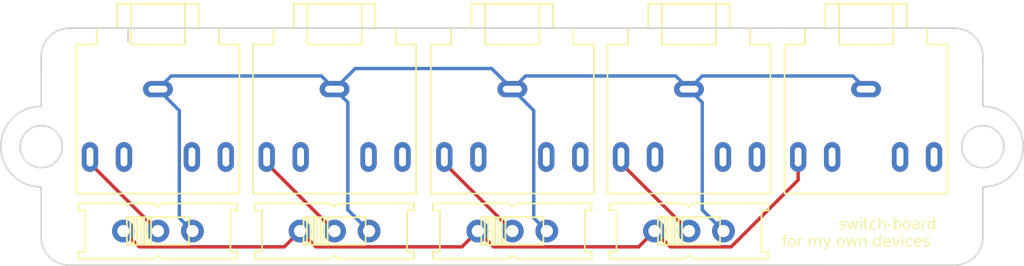
<source format=kicad_pcb>
(kicad_pcb (version 20221018) (generator pcbnew)
  (layers (0 "F.Cu" signal) (31 "B.Cu" signal) (34 "B.Paste" user) (35 "F.Paste" user) (36 "B.SilkS" user "B.Silkscreen") (37 "F.SilkS" user "F.Silkscreen") (38 "B.Mask" user) (39 "F.Mask" user) (44 "Edge.Cuts" user))
  (net 0 "")
  (net 1 "ground")
  (net 2 "output")
  (net 3 "in_1.in-t")
  (net 4 "in_2.in-t")
  (net 5 "in_3.in-t")
  (net 6 "in_4.in-t")
  (net 7 "in_1.in-r")
  (net 8 "in_2.in-r")
  (net 9 "in_3.in-r")
  (net 10 "in_4.in-r")
  (net 11 "out-r")
  (footprint "adafruit:EG1218" (layer "F.Cu") (at 145.034 104.267)
    (fp_text reference "U6" hide)
    (fp_text value "")
    (fp_line (start -5.842 -2.032) (end -0.254 -2.032) (stroke (width 0.127)) (layer "F.SilkS"))
    (fp_line (start -5.842 -1.524) (end -5.842 -2.032) (stroke (width 0.127)) (layer "F.SilkS"))
    (fp_line (start -5.842 1.524) (end -5.334 1.524) (stroke (width 0.127)) (layer "F.SilkS"))
    (fp_line (start -5.842 2.032) (end -5.842 1.524) (stroke (width 0.127)) (layer "F.SilkS"))
    (fp_line (start -5.334 -1.524) (end -5.842 -1.524) (stroke (width 0.127)) (layer "F.SilkS"))
    (fp_line (start -5.334 1.524) (end -5.334 -1.524) (stroke (width 0.127)) (layer "F.SilkS"))
    (fp_line (start -2.286 -1.016) (end 2.286 -1.016) (stroke (width 0.127)) (layer "F.SilkS"))
    (fp_line (start -2.286 1.016) (end -2.286 -1.016) (stroke (width 0.127)) (layer "F.SilkS"))
    (fp_line (start -2.032 -1.016) (end -2.032 1.016) (stroke (width 0.127)) (layer "F.SilkS"))
    (fp_line (start -1.778 1.016) (end -1.778 -1.016) (stroke (width 0.127)) (layer "F.SilkS"))
    (fp_line (start -1.524 -1.016) (end -1.524 1.016) (stroke (width 0.127)) (layer "F.SilkS"))
    (fp_line (start -1.27 1.016) (end -1.27 -1.016) (stroke (width 0.127)) (layer "F.SilkS"))
    (fp_line (start -1.016 -1.016) (end -1.016 1.016) (stroke (width 0.127)) (layer "F.SilkS"))
    (fp_line (start -0.762 1.016) (end -0.762 -1.016) (stroke (width 0.127)) (layer "F.SilkS"))
    (fp_line (start -0.508 -1.016) (end -0.508 1.016) (stroke (width 0.127)) (layer "F.SilkS"))
    (fp_line (start -0.254 -2.032) (end 0 -1.778) (stroke (width 0.127)) (layer "F.SilkS"))
    (fp_line (start -0.254 2.032) (end -5.842 2.032) (stroke (width 0.127)) (layer "F.SilkS"))
    (fp_line (start 0 -1.778) (end 0.254 -2.032) (stroke (width 0.127)) (layer "F.SilkS"))
    (fp_line (start 0 1.778) (end -0.254 2.032) (stroke (width 0.127)) (layer "F.SilkS"))
    (fp_line (start 0.254 -2.032) (end 5.842 -2.032) (stroke (width 0.127)) (layer "F.SilkS"))
    (fp_line (start 0.254 2.032) (end 0 1.778) (stroke (width 0.127)) (layer "F.SilkS"))
    (fp_line (start 2.286 -1.016) (end 2.286 1.016) (stroke (width 0.127)) (layer "F.SilkS"))
    (fp_line (start 2.286 1.016) (end -2.286 1.016) (stroke (width 0.127)) (layer "F.SilkS"))
    (fp_line (start 5.334 -1.524) (end 5.334 1.524) (stroke (width 0.127)) (layer "F.SilkS"))
    (fp_line (start 5.334 1.524) (end 5.842 1.524) (stroke (width 0.127)) (layer "F.SilkS"))
    (fp_line (start 5.842 -2.032) (end 5.842 -1.524) (stroke (width 0.127)) (layer "F.SilkS"))
    (fp_line (start 5.842 -1.524) (end 5.334 -1.524) (stroke (width 0.127)) (layer "F.SilkS"))
    (fp_line (start 5.842 1.524) (end 5.842 2.032) (stroke (width 0.127)) (layer "F.SilkS"))
    (fp_line (start 5.842 2.032) (end 0.254 2.032) (stroke (width 0.127)) (layer "F.SilkS"))
    (pad "O" thru_hole circle (at -2.54 0) (size 1.6764 1.6764) (drill 0.9) (layers "*.Cu" "*.Mask") (net 2 "output"))
    (pad "P" thru_hole circle (at 0 0) (size 1.6764 1.6764) (drill 0.9) (layers "*.Cu" "*.Mask") (net 5 "in_3.in-t"))
    (pad "S" thru_hole circle (at 2.54 0) (size 1.6764 1.6764) (drill 0.9) (layers "*.Cu" "*.Mask") (net 1 "ground"))
  )
  (footprint "Connector_Audio:Jack_3.5mm_CUI_SJ1-3525N_Horizontal" (layer "F.Cu") (at 171.069 93.806 180)
    (fp_text reference "U9" hide)
    (fp_text value "")
    (fp_line (start -6 -7.7) (end 6 -7.7) (stroke (width 0.12)) (layer "F.SilkS"))
    (fp_line (start -6 3.3) (end -6 -7.7) (stroke (width 0.12)) (layer "F.SilkS"))
    (fp_line (start -4.5 3.3) (end -6 3.3) (stroke (width 0.12)) (layer "F.SilkS"))
    (fp_line (start -4.5 4.5) (end -4.5 3.3) (stroke (width 0.12)) (layer "F.SilkS"))
    (fp_line (start -3 4.5) (end -4.5 4.5) (stroke (width 0.12)) (layer "F.SilkS"))
    (fp_line (start -3 6.3) (end -3 4.5) (stroke (width 0.12)) (layer "F.SilkS"))
    (fp_line (start -2 3.3) (end -2 6.3) (stroke (width 0.12)) (layer "F.SilkS"))
    (fp_line (start 2 3.3) (end -2 3.3) (stroke (width 0.12)) (layer "F.SilkS"))
    (fp_line (start 2 6.3) (end 2 3.3) (stroke (width 0.12)) (layer "F.SilkS"))
    (fp_line (start 3 4.5) (end 3 6.3) (stroke (width 0.12)) (layer "F.SilkS"))
    (fp_line (start 3 6.3) (end -3 6.3) (stroke (width 0.12)) (layer "F.SilkS"))
    (fp_line (start 4.5 3.3) (end 4.5 4.5) (stroke (width 0.12)) (layer "F.SilkS"))
    (fp_line (start 4.5 4.5) (end 3 4.5) (stroke (width 0.12)) (layer "F.SilkS"))
    (fp_line (start 6 -7.7) (end 6 3.3) (stroke (width 0.12)) (layer "F.SilkS"))
    (fp_line (start 6 3.3) (end 4.5 3.3) (stroke (width 0.12)) (layer "F.SilkS"))
    (pad "" np_thru_hole circle (at -5 0 180) (size 1.2 1.2) (drill 1.2) (layers "*.Cu"))
    (pad "" np_thru_hole circle (at -5 2.5 180) (size 1.2 1.2) (drill 1.2) (layers "*.Cu"))
    (pad "" np_thru_hole circle (at 0 -5 180) (size 1.2 1.2) (drill 1.2) (layers "*.Cu"))
    (pad "" np_thru_hole circle (at 5 0 180) (size 1.2 1.2) (drill 1.2) (layers "*.Cu"))
    (pad "" np_thru_hole circle (at 5 2.5 180) (size 1.2 1.2) (drill 1.2) (layers "*.Cu"))
    (pad "R" thru_hole oval (at -5 -5 180) (size 1.2 2.2) (drill oval 0.5 1.4) (layers "*.Cu" "*.Mask") (net 11 "out-r"))
    (pad "RN" thru_hole oval (at -2.5 -5 180) (size 1.2 2.2) (drill oval 0.5 1.4) (layers "*.Cu" "*.Mask"))
    (pad "S" thru_hole oval (at 0 0 180) (size 2.2 1.2) (drill oval 1.4 0.5) (layers "*.Cu" "*.Mask") (net 1 "ground"))
    (pad "T" thru_hole oval (at 5 -5) (size 1.2 2.2) (drill oval 0.5 1.4) (layers "*.Cu" "*.Mask") (net 2 "output"))
    (pad "TN" thru_hole oval (at 2.5 -5) (size 1.2 2.2) (drill oval 0.5 1.4) (layers "*.Cu" "*.Mask"))
  )
  (footprint "Connector_Audio:Jack_3.5mm_CUI_SJ1-3525N_Horizontal" (layer "F.Cu") (at 145.034 93.806 180)
    (fp_text reference "U5" hide)
    (fp_text value "")
    (fp_line (start -6 -7.7) (end 6 -7.7) (stroke (width 0.12)) (layer "F.SilkS"))
    (fp_line (start -6 3.3) (end -6 -7.7) (stroke (width 0.12)) (layer "F.SilkS"))
    (fp_line (start -4.5 3.3) (end -6 3.3) (stroke (width 0.12)) (layer "F.SilkS"))
    (fp_line (start -4.5 4.5) (end -4.5 3.3) (stroke (width 0.12)) (layer "F.SilkS"))
    (fp_line (start -3 4.5) (end -4.5 4.5) (stroke (width 0.12)) (layer "F.SilkS"))
    (fp_line (start -3 6.3) (end -3 4.5) (stroke (width 0.12)) (layer "F.SilkS"))
    (fp_line (start -2 3.3) (end -2 6.3) (stroke (width 0.12)) (layer "F.SilkS"))
    (fp_line (start 2 3.3) (end -2 3.3) (stroke (width 0.12)) (layer "F.SilkS"))
    (fp_line (start 2 6.3) (end 2 3.3) (stroke (width 0.12)) (layer "F.SilkS"))
    (fp_line (start 3 4.5) (end 3 6.3) (stroke (width 0.12)) (layer "F.SilkS"))
    (fp_line (start 3 6.3) (end -3 6.3) (stroke (width 0.12)) (layer "F.SilkS"))
    (fp_line (start 4.5 3.3) (end 4.5 4.5) (stroke (width 0.12)) (layer "F.SilkS"))
    (fp_line (start 4.5 4.5) (end 3 4.5) (stroke (width 0.12)) (layer "F.SilkS"))
    (fp_line (start 6 -7.7) (end 6 3.3) (stroke (width 0.12)) (layer "F.SilkS"))
    (fp_line (start 6 3.3) (end 4.5 3.3) (stroke (width 0.12)) (layer "F.SilkS"))
    (pad "" np_thru_hole circle (at -5 0 180) (size 1.2 1.2) (drill 1.2) (layers "*.Cu"))
    (pad "" np_thru_hole circle (at -5 2.5 180) (size 1.2 1.2) (drill 1.2) (layers "*.Cu"))
    (pad "" np_thru_hole circle (at 0 -5 180) (size 1.2 1.2) (drill 1.2) (layers "*.Cu"))
    (pad "" np_thru_hole circle (at 5 0 180) (size 1.2 1.2) (drill 1.2) (layers "*.Cu"))
    (pad "" np_thru_hole circle (at 5 2.5 180) (size 1.2 1.2) (drill 1.2) (layers "*.Cu"))
    (pad "R" thru_hole oval (at -5 -5 180) (size 1.2 2.2) (drill oval 0.5 1.4) (layers "*.Cu" "*.Mask") (net 9 "in_3.in-r"))
    (pad "RN" thru_hole oval (at -2.5 -5 180) (size 1.2 2.2) (drill oval 0.5 1.4) (layers "*.Cu" "*.Mask"))
    (pad "S" thru_hole oval (at 0 0 180) (size 2.2 1.2) (drill oval 1.4 0.5) (layers "*.Cu" "*.Mask") (net 1 "ground"))
    (pad "T" thru_hole oval (at 5 -5) (size 1.2 2.2) (drill oval 0.5 1.4) (layers "*.Cu" "*.Mask") (net 5 "in_3.in-t"))
    (pad "TN" thru_hole oval (at 2.5 -5) (size 1.2 2.2) (drill oval 0.5 1.4) (layers "*.Cu" "*.Mask"))
  )
  (footprint "Connector_Audio:Jack_3.5mm_CUI_SJ1-3525N_Horizontal" (layer "F.Cu") (at 131.953 93.806 180)
    (fp_text reference "U3" hide)
    (fp_text value "")
    (fp_line (start -6 -7.7) (end 6 -7.7) (stroke (width 0.12)) (layer "F.SilkS"))
    (fp_line (start -6 3.3) (end -6 -7.7) (stroke (width 0.12)) (layer "F.SilkS"))
    (fp_line (start -4.5 3.3) (end -6 3.3) (stroke (width 0.12)) (layer "F.SilkS"))
    (fp_line (start -4.5 4.5) (end -4.5 3.3) (stroke (width 0.12)) (layer "F.SilkS"))
    (fp_line (start -3 4.5) (end -4.5 4.5) (stroke (width 0.12)) (layer "F.SilkS"))
    (fp_line (start -3 6.3) (end -3 4.5) (stroke (width 0.12)) (layer "F.SilkS"))
    (fp_line (start -2 3.3) (end -2 6.3) (stroke (width 0.12)) (layer "F.SilkS"))
    (fp_line (start 2 3.3) (end -2 3.3) (stroke (width 0.12)) (layer "F.SilkS"))
    (fp_line (start 2 6.3) (end 2 3.3) (stroke (width 0.12)) (layer "F.SilkS"))
    (fp_line (start 3 4.5) (end 3 6.3) (stroke (width 0.12)) (layer "F.SilkS"))
    (fp_line (start 3 6.3) (end -3 6.3) (stroke (width 0.12)) (layer "F.SilkS"))
    (fp_line (start 4.5 3.3) (end 4.5 4.5) (stroke (width 0.12)) (layer "F.SilkS"))
    (fp_line (start 4.5 4.5) (end 3 4.5) (stroke (width 0.12)) (layer "F.SilkS"))
    (fp_line (start 6 -7.7) (end 6 3.3) (stroke (width 0.12)) (layer "F.SilkS"))
    (fp_line (start 6 3.3) (end 4.5 3.3) (stroke (width 0.12)) (layer "F.SilkS"))
    (pad "" np_thru_hole circle (at -5 0 180) (size 1.2 1.2) (drill 1.2) (layers "*.Cu"))
    (pad "" np_thru_hole circle (at -5 2.5 180) (size 1.2 1.2) (drill 1.2) (layers "*.Cu"))
    (pad "" np_thru_hole circle (at 0 -5 180) (size 1.2 1.2) (drill 1.2) (layers "*.Cu"))
    (pad "" np_thru_hole circle (at 5 0 180) (size 1.2 1.2) (drill 1.2) (layers "*.Cu"))
    (pad "" np_thru_hole circle (at 5 2.5 180) (size 1.2 1.2) (drill 1.2) (layers "*.Cu"))
    (pad "R" thru_hole oval (at -5 -5 180) (size 1.2 2.2) (drill oval 0.5 1.4) (layers "*.Cu" "*.Mask") (net 8 "in_2.in-r"))
    (pad "RN" thru_hole oval (at -2.5 -5 180) (size 1.2 2.2) (drill oval 0.5 1.4) (layers "*.Cu" "*.Mask"))
    (pad "S" thru_hole oval (at 0 0 180) (size 2.2 1.2) (drill oval 1.4 0.5) (layers "*.Cu" "*.Mask") (net 1 "ground"))
    (pad "T" thru_hole oval (at 5 -5) (size 1.2 2.2) (drill oval 0.5 1.4) (layers "*.Cu" "*.Mask") (net 4 "in_2.in-t"))
    (pad "TN" thru_hole oval (at 2.5 -5) (size 1.2 2.2) (drill oval 0.5 1.4) (layers "*.Cu" "*.Mask"))
  )
  (footprint "adafruit:EG1218" (layer "F.Cu") (at 118.952 104.267)
    (fp_text reference "U2" hide)
    (fp_text value "")
    (fp_line (start -5.842 -2.032) (end -0.254 -2.032) (stroke (width 0.127)) (layer "F.SilkS"))
    (fp_line (start -5.842 -1.524) (end -5.842 -2.032) (stroke (width 0.127)) (layer "F.SilkS"))
    (fp_line (start -5.842 1.524) (end -5.334 1.524) (stroke (width 0.127)) (layer "F.SilkS"))
    (fp_line (start -5.842 2.032) (end -5.842 1.524) (stroke (width 0.127)) (layer "F.SilkS"))
    (fp_line (start -5.334 -1.524) (end -5.842 -1.524) (stroke (width 0.127)) (layer "F.SilkS"))
    (fp_line (start -5.334 1.524) (end -5.334 -1.524) (stroke (width 0.127)) (layer "F.SilkS"))
    (fp_line (start -2.286 -1.016) (end 2.286 -1.016) (stroke (width 0.127)) (layer "F.SilkS"))
    (fp_line (start -2.286 1.016) (end -2.286 -1.016) (stroke (width 0.127)) (layer "F.SilkS"))
    (fp_line (start -2.032 -1.016) (end -2.032 1.016) (stroke (width 0.127)) (layer "F.SilkS"))
    (fp_line (start -1.778 1.016) (end -1.778 -1.016) (stroke (width 0.127)) (layer "F.SilkS"))
    (fp_line (start -1.524 -1.016) (end -1.524 1.016) (stroke (width 0.127)) (layer "F.SilkS"))
    (fp_line (start -1.27 1.016) (end -1.27 -1.016) (stroke (width 0.127)) (layer "F.SilkS"))
    (fp_line (start -1.016 -1.016) (end -1.016 1.016) (stroke (width 0.127)) (layer "F.SilkS"))
    (fp_line (start -0.762 1.016) (end -0.762 -1.016) (stroke (width 0.127)) (layer "F.SilkS"))
    (fp_line (start -0.508 -1.016) (end -0.508 1.016) (stroke (width 0.127)) (layer "F.SilkS"))
    (fp_line (start -0.254 -2.032) (end 0 -1.778) (stroke (width 0.127)) (layer "F.SilkS"))
    (fp_line (start -0.254 2.032) (end -5.842 2.032) (stroke (width 0.127)) (layer "F.SilkS"))
    (fp_line (start 0 -1.778) (end 0.254 -2.032) (stroke (width 0.127)) (layer "F.SilkS"))
    (fp_line (start 0 1.778) (end -0.254 2.032) (stroke (width 0.127)) (layer "F.SilkS"))
    (fp_line (start 0.254 -2.032) (end 5.842 -2.032) (stroke (width 0.127)) (layer "F.SilkS"))
    (fp_line (start 0.254 2.032) (end 0 1.778) (stroke (width 0.127)) (layer "F.SilkS"))
    (fp_line (start 2.286 -1.016) (end 2.286 1.016) (stroke (width 0.127)) (layer "F.SilkS"))
    (fp_line (start 2.286 1.016) (end -2.286 1.016) (stroke (width 0.127)) (layer "F.SilkS"))
    (fp_line (start 5.334 -1.524) (end 5.334 1.524) (stroke (width 0.127)) (layer "F.SilkS"))
    (fp_line (start 5.334 1.524) (end 5.842 1.524) (stroke (width 0.127)) (layer "F.SilkS"))
    (fp_line (start 5.842 -2.032) (end 5.842 -1.524) (stroke (width 0.127)) (layer "F.SilkS"))
    (fp_line (start 5.842 -1.524) (end 5.334 -1.524) (stroke (width 0.127)) (layer "F.SilkS"))
    (fp_line (start 5.842 1.524) (end 5.842 2.032) (stroke (width 0.127)) (layer "F.SilkS"))
    (fp_line (start 5.842 2.032) (end 0.254 2.032) (stroke (width 0.127)) (layer "F.SilkS"))
    (pad "O" thru_hole circle (at -2.54 0) (size 1.6764 1.6764) (drill 0.9) (layers "*.Cu" "*.Mask") (net 2 "output"))
    (pad "P" thru_hole circle (at 0 0) (size 1.6764 1.6764) (drill 0.9) (layers "*.Cu" "*.Mask") (net 3 "in_1.in-t"))
    (pad "S" thru_hole circle (at 2.54 0) (size 1.6764 1.6764) (drill 0.9) (layers "*.Cu" "*.Mask") (net 1 "ground"))
  )
  (footprint "Connector_Audio:Jack_3.5mm_CUI_SJ1-3525N_Horizontal" (layer "F.Cu") (at 158.035 93.806 180)
    (fp_text reference "U7" hide)
    (fp_text value "")
    (fp_line (start -6 -7.7) (end 6 -7.7) (stroke (width 0.12)) (layer "F.SilkS"))
    (fp_line (start -6 3.3) (end -6 -7.7) (stroke (width 0.12)) (layer "F.SilkS"))
    (fp_line (start -4.5 3.3) (end -6 3.3) (stroke (width 0.12)) (layer "F.SilkS"))
    (fp_line (start -4.5 4.5) (end -4.5 3.3) (stroke (width 0.12)) (layer "F.SilkS"))
    (fp_line (start -3 4.5) (end -4.5 4.5) (stroke (width 0.12)) (layer "F.SilkS"))
    (fp_line (start -3 6.3) (end -3 4.5) (stroke (width 0.12)) (layer "F.SilkS"))
    (fp_line (start -2 3.3) (end -2 6.3) (stroke (width 0.12)) (layer "F.SilkS"))
    (fp_line (start 2 3.3) (end -2 3.3) (stroke (width 0.12)) (layer "F.SilkS"))
    (fp_line (start 2 6.3) (end 2 3.3) (stroke (width 0.12)) (layer "F.SilkS"))
    (fp_line (start 3 4.5) (end 3 6.3) (stroke (width 0.12)) (layer "F.SilkS"))
    (fp_line (start 3 6.3) (end -3 6.3) (stroke (width 0.12)) (layer "F.SilkS"))
    (fp_line (start 4.5 3.3) (end 4.5 4.5) (stroke (width 0.12)) (layer "F.SilkS"))
    (fp_line (start 4.5 4.5) (end 3 4.5) (stroke (width 0.12)) (layer "F.SilkS"))
    (fp_line (start 6 -7.7) (end 6 3.3) (stroke (width 0.12)) (layer "F.SilkS"))
    (fp_line (start 6 3.3) (end 4.5 3.3) (stroke (width 0.12)) (layer "F.SilkS"))
    (pad "" np_thru_hole circle (at -5 0 180) (size 1.2 1.2) (drill 1.2) (layers "*.Cu"))
    (pad "" np_thru_hole circle (at -5 2.5 180) (size 1.2 1.2) (drill 1.2) (layers "*.Cu"))
    (pad "" np_thru_hole circle (at 0 -5 180) (size 1.2 1.2) (drill 1.2) (layers "*.Cu"))
    (pad "" np_thru_hole circle (at 5 0 180) (size 1.2 1.2) (drill 1.2) (layers "*.Cu"))
    (pad "" np_thru_hole circle (at 5 2.5 180) (size 1.2 1.2) (drill 1.2) (layers "*.Cu"))
    (pad "R" thru_hole oval (at -5 -5 180) (size 1.2 2.2) (drill oval 0.5 1.4) (layers "*.Cu" "*.Mask") (net 10 "in_4.in-r"))
    (pad "RN" thru_hole oval (at -2.5 -5 180) (size 1.2 2.2) (drill oval 0.5 1.4) (layers "*.Cu" "*.Mask"))
    (pad "S" thru_hole oval (at 0 0 180) (size 2.2 1.2) (drill oval 1.4 0.5) (layers "*.Cu" "*.Mask") (net 1 "ground"))
    (pad "T" thru_hole oval (at 5 -5) (size 1.2 2.2) (drill oval 0.5 1.4) (layers "*.Cu" "*.Mask") (net 6 "in_4.in-t"))
    (pad "TN" thru_hole oval (at 2.5 -5) (size 1.2 2.2) (drill oval 0.5 1.4) (layers "*.Cu" "*.Mask"))
  )
  (footprint "Connector_Audio:Jack_3.5mm_CUI_SJ1-3525N_Horizontal" (layer "F.Cu") (at 118.952 93.806 180)
    (fp_text reference "U1" hide)
    (fp_text value "")
    (fp_line (start -6 -7.7) (end 6 -7.7) (stroke (width 0.12)) (layer "F.SilkS"))
    (fp_line (start -6 3.3) (end -6 -7.7) (stroke (width 0.12)) (layer "F.SilkS"))
    (fp_line (start -4.5 3.3) (end -6 3.3) (stroke (width 0.12)) (layer "F.SilkS"))
    (fp_line (start -4.5 4.5) (end -4.5 3.3) (stroke (width 0.12)) (layer "F.SilkS"))
    (fp_line (start -3 4.5) (end -4.5 4.5) (stroke (width 0.12)) (layer "F.SilkS"))
    (fp_line (start -3 6.3) (end -3 4.5) (stroke (width 0.12)) (layer "F.SilkS"))
    (fp_line (start -2 3.3) (end -2 6.3) (stroke (width 0.12)) (layer "F.SilkS"))
    (fp_line (start 2 3.3) (end -2 3.3) (stroke (width 0.12)) (layer "F.SilkS"))
    (fp_line (start 2 6.3) (end 2 3.3) (stroke (width 0.12)) (layer "F.SilkS"))
    (fp_line (start 3 4.5) (end 3 6.3) (stroke (width 0.12)) (layer "F.SilkS"))
    (fp_line (start 3 6.3) (end -3 6.3) (stroke (width 0.12)) (layer "F.SilkS"))
    (fp_line (start 4.5 3.3) (end 4.5 4.5) (stroke (width 0.12)) (layer "F.SilkS"))
    (fp_line (start 4.5 4.5) (end 3 4.5) (stroke (width 0.12)) (layer "F.SilkS"))
    (fp_line (start 6 -7.7) (end 6 3.3) (stroke (width 0.12)) (layer "F.SilkS"))
    (fp_line (start 6 3.3) (end 4.5 3.3) (stroke (width 0.12)) (layer "F.SilkS"))
    (pad "" np_thru_hole circle (at -5 0 180) (size 1.2 1.2) (drill 1.2) (layers "*.Cu"))
    (pad "" np_thru_hole circle (at -5 2.5 180) (size 1.2 1.2) (drill 1.2) (layers "*.Cu"))
    (pad "" np_thru_hole circle (at 0 -5 180) (size 1.2 1.2) (drill 1.2) (layers "*.Cu"))
    (pad "" np_thru_hole circle (at 5 0 180) (size 1.2 1.2) (drill 1.2) (layers "*.Cu"))
    (pad "" np_thru_hole circle (at 5 2.5 180) (size 1.2 1.2) (drill 1.2) (layers "*.Cu"))
    (pad "R" thru_hole oval (at -5 -5 180) (size 1.2 2.2) (drill oval 0.5 1.4) (layers "*.Cu" "*.Mask") (net 7 "in_1.in-r"))
    (pad "RN" thru_hole oval (at -2.5 -5 180) (size 1.2 2.2) (drill oval 0.5 1.4) (layers "*.Cu" "*.Mask"))
    (pad "S" thru_hole oval (at 0 0 180) (size 2.2 1.2) (drill oval 1.4 0.5) (layers "*.Cu" "*.Mask") (net 1 "ground"))
    (pad "T" thru_hole oval (at 5 -5) (size 1.2 2.2) (drill oval 0.5 1.4) (layers "*.Cu" "*.Mask") (net 3 "in_1.in-t"))
    (pad "TN" thru_hole oval (at 2.5 -5) (size 1.2 2.2) (drill oval 0.5 1.4) (layers "*.Cu" "*.Mask"))
  )
  (footprint "adafruit:EG1218" (layer "F.Cu") (at 131.953 104.267)
    (fp_text reference "U4" hide)
    (fp_text value "")
    (fp_line (start -5.842 -2.032) (end -0.254 -2.032) (stroke (width 0.127)) (layer "F.SilkS"))
    (fp_line (start -5.842 -1.524) (end -5.842 -2.032) (stroke (width 0.127)) (layer "F.SilkS"))
    (fp_line (start -5.842 1.524) (end -5.334 1.524) (stroke (width 0.127)) (layer "F.SilkS"))
    (fp_line (start -5.842 2.032) (end -5.842 1.524) (stroke (width 0.127)) (layer "F.SilkS"))
    (fp_line (start -5.334 -1.524) (end -5.842 -1.524) (stroke (width 0.127)) (layer "F.SilkS"))
    (fp_line (start -5.334 1.524) (end -5.334 -1.524) (stroke (width 0.127)) (layer "F.SilkS"))
    (fp_line (start -2.286 -1.016) (end 2.286 -1.016) (stroke (width 0.127)) (layer "F.SilkS"))
    (fp_line (start -2.286 1.016) (end -2.286 -1.016) (stroke (width 0.127)) (layer "F.SilkS"))
    (fp_line (start -2.032 -1.016) (end -2.032 1.016) (stroke (width 0.127)) (layer "F.SilkS"))
    (fp_line (start -1.778 1.016) (end -1.778 -1.016) (stroke (width 0.127)) (layer "F.SilkS"))
    (fp_line (start -1.524 -1.016) (end -1.524 1.016) (stroke (width 0.127)) (layer "F.SilkS"))
    (fp_line (start -1.27 1.016) (end -1.27 -1.016) (stroke (width 0.127)) (layer "F.SilkS"))
    (fp_line (start -1.016 -1.016) (end -1.016 1.016) (stroke (width 0.127)) (layer "F.SilkS"))
    (fp_line (start -0.762 1.016) (end -0.762 -1.016) (stroke (width 0.127)) (layer "F.SilkS"))
    (fp_line (start -0.508 -1.016) (end -0.508 1.016) (stroke (width 0.127)) (layer "F.SilkS"))
    (fp_line (start -0.254 -2.032) (end 0 -1.778) (stroke (width 0.127)) (layer "F.SilkS"))
    (fp_line (start -0.254 2.032) (end -5.842 2.032) (stroke (width 0.127)) (layer "F.SilkS"))
    (fp_line (start 0 -1.778) (end 0.254 -2.032) (stroke (width 0.127)) (layer "F.SilkS"))
    (fp_line (start 0 1.778) (end -0.254 2.032) (stroke (width 0.127)) (layer "F.SilkS"))
    (fp_line (start 0.254 -2.032) (end 5.842 -2.032) (stroke (width 0.127)) (layer "F.SilkS"))
    (fp_line (start 0.254 2.032) (end 0 1.778) (stroke (width 0.127)) (layer "F.SilkS"))
    (fp_line (start 2.286 -1.016) (end 2.286 1.016) (stroke (width 0.127)) (layer "F.SilkS"))
    (fp_line (start 2.286 1.016) (end -2.286 1.016) (stroke (width 0.127)) (layer "F.SilkS"))
    (fp_line (start 5.334 -1.524) (end 5.334 1.524) (stroke (width 0.127)) (layer "F.SilkS"))
    (fp_line (start 5.334 1.524) (end 5.842 1.524) (stroke (width 0.127)) (layer "F.SilkS"))
    (fp_line (start 5.842 -2.032) (end 5.842 -1.524) (stroke (width 0.127)) (layer "F.SilkS"))
    (fp_line (start 5.842 -1.524) (end 5.334 -1.524) (stroke (width 0.127)) (layer "F.SilkS"))
    (fp_line (start 5.842 1.524) (end 5.842 2.032) (stroke (width 0.127)) (layer "F.SilkS"))
    (fp_line (start 5.842 2.032) (end 0.254 2.032) (stroke (width 0.127)) (layer "F.SilkS"))
    (pad "O" thru_hole circle (at -2.54 0) (size 1.6764 1.6764) (drill 0.9) (layers "*.Cu" "*.Mask") (net 2 "output"))
    (pad "P" thru_hole circle (at 0 0) (size 1.6764 1.6764) (drill 0.9) (layers "*.Cu" "*.Mask") (net 4 "in_2.in-t"))
    (pad "S" thru_hole circle (at 2.54 0) (size 1.6764 1.6764) (drill 0.9) (layers "*.Cu" "*.Mask") (net 1 "ground"))
  )
  (footprint "adafruit:EG1218" (layer "F.Cu") (at 158.035 104.267)
    (fp_text reference "U8" hide)
    (fp_text value "")
    (fp_line (start -5.842 -2.032) (end -0.254 -2.032) (stroke (width 0.127)) (layer "F.SilkS"))
    (fp_line (start -5.842 -1.524) (end -5.842 -2.032) (stroke (width 0.127)) (layer "F.SilkS"))
    (fp_line (start -5.842 1.524) (end -5.334 1.524) (stroke (width 0.127)) (layer "F.SilkS"))
    (fp_line (start -5.842 2.032) (end -5.842 1.524) (stroke (width 0.127)) (layer "F.SilkS"))
    (fp_line (start -5.334 -1.524) (end -5.842 -1.524) (stroke (width 0.127)) (layer "F.SilkS"))
    (fp_line (start -5.334 1.524) (end -5.334 -1.524) (stroke (width 0.127)) (layer "F.SilkS"))
    (fp_line (start -2.286 -1.016) (end 2.286 -1.016) (stroke (width 0.127)) (layer "F.SilkS"))
    (fp_line (start -2.286 1.016) (end -2.286 -1.016) (stroke (width 0.127)) (layer "F.SilkS"))
    (fp_line (start -2.032 -1.016) (end -2.032 1.016) (stroke (width 0.127)) (layer "F.SilkS"))
    (fp_line (start -1.778 1.016) (end -1.778 -1.016) (stroke (width 0.127)) (layer "F.SilkS"))
    (fp_line (start -1.524 -1.016) (end -1.524 1.016) (stroke (width 0.127)) (layer "F.SilkS"))
    (fp_line (start -1.27 1.016) (end -1.27 -1.016) (stroke (width 0.127)) (layer "F.SilkS"))
    (fp_line (start -1.016 -1.016) (end -1.016 1.016) (stroke (width 0.127)) (layer "F.SilkS"))
    (fp_line (start -0.762 1.016) (end -0.762 -1.016) (stroke (width 0.127)) (layer "F.SilkS"))
    (fp_line (start -0.508 -1.016) (end -0.508 1.016) (stroke (width 0.127)) (layer "F.SilkS"))
    (fp_line (start -0.254 -2.032) (end 0 -1.778) (stroke (width 0.127)) (layer "F.SilkS"))
    (fp_line (start -0.254 2.032) (end -5.842 2.032) (stroke (width 0.127)) (layer "F.SilkS"))
    (fp_line (start 0 -1.778) (end 0.254 -2.032) (stroke (width 0.127)) (layer "F.SilkS"))
    (fp_line (start 0 1.778) (end -0.254 2.032) (stroke (width 0.127)) (layer "F.SilkS"))
    (fp_line (start 0.254 -2.032) (end 5.842 -2.032) (stroke (width 0.127)) (layer "F.SilkS"))
    (fp_line (start 0.254 2.032) (end 0 1.778) (stroke (width 0.127)) (layer "F.SilkS"))
    (fp_line (start 2.286 -1.016) (end 2.286 1.016) (stroke (width 0.127)) (layer "F.SilkS"))
    (fp_line (start 2.286 1.016) (end -2.286 1.016) (stroke (width 0.127)) (layer "F.SilkS"))
    (fp_line (start 5.334 -1.524) (end 5.334 1.524) (stroke (width 0.127)) (layer "F.SilkS"))
    (fp_line (start 5.334 1.524) (end 5.842 1.524) (stroke (width 0.127)) (layer "F.SilkS"))
    (fp_line (start 5.842 -2.032) (end 5.842 -1.524) (stroke (width 0.127)) (layer "F.SilkS"))
    (fp_line (start 5.842 -1.524) (end 5.334 -1.524) (stroke (width 0.127)) (layer "F.SilkS"))
    (fp_line (start 5.842 1.524) (end 5.842 2.032) (stroke (width 0.127)) (layer "F.SilkS"))
    (fp_line (start 5.842 2.032) (end 0.254 2.032) (stroke (width 0.127)) (layer "F.SilkS"))
    (pad "O" thru_hole circle (at -2.54 0) (size 1.6764 1.6764) (drill 0.9) (layers "*.Cu" "*.Mask") (net 2 "output"))
    (pad "P" thru_hole circle (at 0 0) (size 1.6764 1.6764) (drill 0.9) (layers "*.Cu" "*.Mask") (net 6 "in_4.in-t"))
    (pad "S" thru_hole circle (at 2.54 0) (size 1.6764 1.6764) (drill 0.9) (layers "*.Cu" "*.Mask") (net 1 "ground"))
  )
  (gr_arc (start 179.661213 104.694827) (mid 179.048888 106.173109) (end 177.570606 106.785434) (stroke (width 0.12)) (layer "Edge.Cuts"))
  (gr_arc (start 110.361393 91.396607) (mid 110.973718 89.918325) (end 112.452 89.306) (stroke (width 0.12)) (layer "Edge.Cuts"))
  (gr_line (start 177.570606 106.785434) (end 112.452803 106.783717) (stroke (width 0.12)) (layer "Edge.Cuts"))
  (gr_line (start 110.359786 91.396607) (end 110.363 95.069868) (stroke (width 0.12)) (layer "Edge.Cuts"))
  (gr_arc (start 112.452803 106.783717) (mid 110.974521 106.171392) (end 110.362196 104.69311) (stroke (width 0.12)) (layer "Edge.Cuts"))
  (gr_line (start 179.66041 101.019334) (end 179.661213 104.694827) (stroke (width 0.12)) (layer "Edge.Cuts"))
  (gr_circle (center 110.363 98.044) (end 111.913 98.044) (stroke (width 0.12)) (fill none) (layer "Edge.Cuts"))
  (gr_arc (start 179.66041 95.0721) (mid 182.634027 98.045717) (end 179.66041 101.019334) (stroke (width 0.12)) (layer "Edge.Cuts"))
  (gr_line (start 179.659607 91.396607) (end 179.66041 95.0721) (stroke (width 0.12)) (layer "Edge.Cuts"))
  (gr_line (start 164.535 89.306) (end 164.569 89.306) (stroke (width 0.12)) (layer "Edge.Cuts"))
  (gr_line (start 177.569 89.306) (end 112.452 89.306) (stroke (width 0.12)) (layer "Edge.Cuts"))
  (gr_circle (center 179.66041 98.045717) (end 181.21041 98.045717) (stroke (width 0.12)) (fill none) (layer "Edge.Cuts"))
  (gr_arc (start 110.363 101.017617) (mid 107.389383 98.044) (end 110.363 95.070383) (stroke (width 0.12)) (layer "Edge.Cuts"))
  (gr_line (start 116.752 90.306) (end 116.752 89.306) (stroke (width 0.12)) (layer "Edge.Cuts"))
  (gr_line (start 110.363 101.017617) (end 110.363803 104.69311) (stroke (width 0.12)) (layer "Edge.Cuts"))
  (gr_arc (start 177.569 89.306) (mid 179.047282 89.918325) (end 179.659607 91.396607) (stroke (width 0.12)) (layer "Edge.Cuts"))
  (gr_text "switch-board" (at 169.037 104.267) (layer "F.SilkS") (effects (font (size 0.8 0.8)) (justify left bottom)))
  (gr_text "for my own devices" (at 164.872757 105.537) (layer "F.SilkS") (effects (font (size 0.8 0.8)) (justify left bottom)))
  (segment (start 146.609 95.381) (end 146.609 103.302) (width 0.25) (layer "B.Cu") (net 1))
  (segment (start 145.034 93.806) (end 146.009 92.831) (width 0.25) (layer "B.Cu") (net 1))
  (segment (start 120.527 103.302) (end 121.492 104.267) (width 0.25) (layer "B.Cu") (net 1))
  (segment (start 170.094 92.831) (end 171.069 93.806) (width 0.25) (layer "B.Cu") (net 1))
  (segment (start 118.952 93.806) (end 120.527 95.381) (width 0.25) (layer "B.Cu") (net 1))
  (segment (start 132.928 102.702) (end 134.493 104.267) (width 0.25) (layer "B.Cu") (net 1))
  (segment (start 159.01 92.831) (end 170.094 92.831) (width 0.25) (layer "B.Cu") (net 1))
  (segment (start 158.035 93.806) (end 159.01 94.781) (width 0.25) (layer "B.Cu") (net 1))
  (segment (start 146.609 103.302) (end 147.574 104.267) (width 0.25) (layer "B.Cu") (net 1))
  (segment (start 132.928 94.781) (end 132.928 102.702) (width 0.25) (layer "B.Cu") (net 1))
  (segment (start 119.927 92.831) (end 130.978 92.831) (width 0.25) (layer "B.Cu") (net 1))
  (segment (start 158.035 93.806) (end 159.01 92.831) (width 0.25) (layer "B.Cu") (net 1))
  (segment (start 159.01 102.702) (end 160.575 104.267) (width 0.25) (layer "B.Cu") (net 1))
  (segment (start 146.009 92.831) (end 157.06 92.831) (width 0.25) (layer "B.Cu") (net 1))
  (segment (start 133.478 92.281) (end 143.509 92.281) (width 0.25) (layer "B.Cu") (net 1))
  (segment (start 143.509 92.281) (end 145.034 93.806) (width 0.25) (layer "B.Cu") (net 1))
  (segment (start 157.06 92.831) (end 158.035 93.806) (width 0.25) (layer "B.Cu") (net 1))
  (segment (start 131.953 93.806) (end 133.478 92.281) (width 0.25) (layer "B.Cu") (net 1))
  (segment (start 120.527 95.381) (end 120.527 103.302) (width 0.25) (layer "B.Cu") (net 1))
  (segment (start 130.978 92.831) (end 131.953 93.806) (width 0.25) (layer "B.Cu") (net 1))
  (segment (start 159.01 94.781) (end 159.01 102.702) (width 0.25) (layer "B.Cu") (net 1))
  (segment (start 131.953 93.806) (end 132.928 94.781) (width 0.25) (layer "B.Cu") (net 1))
  (segment (start 145.034 93.806) (end 146.609 95.381) (width 0.25) (layer "B.Cu") (net 1))
  (segment (start 118.952 93.806) (end 119.927 92.831) (width 0.25) (layer "B.Cu") (net 1))
  (segment (start 128.2498 105.4302) (end 129.413 104.267) (width 0.25) (layer "F.Cu") (net 2))
  (segment (start 141.3308 105.4302) (end 142.494 104.267) (width 0.25) (layer "F.Cu") (net 2))
  (segment (start 161.1428 105.4302) (end 166.069 100.504) (width 0.25) (layer "F.Cu") (net 2))
  (segment (start 156.6582 105.4302) (end 161.1428 105.4302) (width 0.25) (layer "F.Cu") (net 2))
  (segment (start 129.413 104.267) (end 130.5762 105.4302) (width 0.25) (layer "F.Cu") (net 2))
  (segment (start 130.5762 105.4302) (end 141.3308 105.4302) (width 0.25) (layer "F.Cu") (net 2))
  (segment (start 155.495 104.267) (end 156.6582 105.4302) (width 0.25) (layer "F.Cu") (net 2))
  (segment (start 116.412 104.267) (end 117.5752 105.4302) (width 0.25) (layer "F.Cu") (net 2))
  (segment (start 142.494 104.267) (end 143.6572 105.4302) (width 0.25) (layer "F.Cu") (net 2))
  (segment (start 143.6572 105.4302) (end 154.3318 105.4302) (width 0.25) (layer "F.Cu") (net 2))
  (segment (start 166.069 100.504) (end 166.069 98.806) (width 0.25) (layer "F.Cu") (net 2))
  (segment (start 117.5752 105.4302) (end 128.2498 105.4302) (width 0.25) (layer "F.Cu") (net 2))
  (segment (start 154.3318 105.4302) (end 155.495 104.267) (width 0.25) (layer "F.Cu") (net 2))
  (segment (start 118.952 104.267) (end 113.952 99.267) (width 0.25) (layer "F.Cu") (net 3))
  (segment (start 113.952 99.267) (end 113.952 98.806) (width 0.25) (layer "F.Cu") (net 3))
  (segment (start 126.953 99.267) (end 131.953 104.267) (width 0.25) (layer "F.Cu") (net 4))
  (segment (start 126.953 98.806) (end 126.953 99.267) (width 0.25) (layer "F.Cu") (net 4))
  (segment (start 140.034 98.806) (end 140.034 99.267) (width 0.25) (layer "F.Cu") (net 5))
  (segment (start 140.034 99.267) (end 145.034 104.267) (width 0.25) (layer "F.Cu") (net 5))
  (segment (start 153.035 99.267) (end 158.035 104.267) (width 0.25) (layer "F.Cu") (net 6))
  (segment (start 153.035 98.806) (end 153.035 99.267) (width 0.25) (layer "F.Cu") (net 6))
)
</source>
